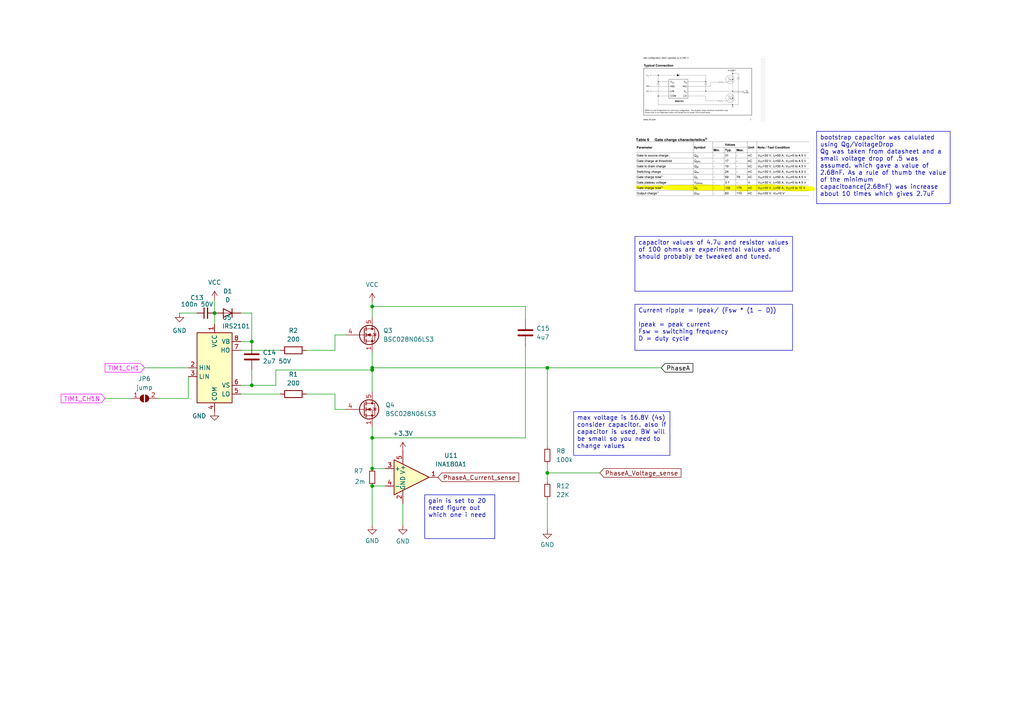
<source format=kicad_sch>
(kicad_sch (version 20231120) (generator "eeschema") (generator_version "8.0")
  (paper "A4")
  (lib_symbols
    (symbol "Amplifier_Current:INA180A1" (pin_names (offset 0.127))
      (property "Reference" "U" (at 3.81 3.81 0))
      (property "Value" "INA180A1" (at 3.81 -2.54 0))
      (symbol "INA180A1_0_1"
        (polyline (pts (xy 5.08 0) (xy -5.08 5.08) (xy -5.08 -5.08) (xy 5.08 0)) (stroke (width 0.254)) (fill (type background)))
      )
      (symbol "INA180A1_1_1"
        (pin output line (at 7.62 0 180) (length 2.54) (name "~") (number "1"))
        (pin power_in line (at -2.54 -7.62 90) (length 3.81) (name "GND") (number "2"))
        (pin input line (at -7.62 2.54 0) (length 2.54) (name "+") (number "3"))
        (pin input line (at -7.62 -2.54 0) (length 2.54) (name "-") (number "4"))
        (pin power_in line (at -2.54 7.62 270) (length 3.81) (name "V+") (number "5"))
      )
    )
    (symbol "Device:C" (pin_numbers hide) (pin_names (offset 0.254))
      (property "Reference" "C" (at 0.635 2.54 0))
      (property "Value" "C" (at 0.635 -2.54 0))
      (symbol "C_0_1"
        (polyline (pts (xy -2.032 -0.762) (xy 2.032 -0.762)) (stroke (width 0.508)))
        (polyline (pts (xy -2.032 0.762) (xy 2.032 0.762)) (stroke (width 0.508)))
      )
      (symbol "C_1_1"
        (pin passive line (at 0 3.81 270) (length 2.794) (name "~") (number "1"))
        (pin passive line (at 0 -3.81 90) (length 2.794) (name "~") (number "2"))
      )
    )
    (symbol "Device:C_Small" (pin_numbers hide) (pin_names (offset 0.254) hide)
      (property "Reference" "C" (at 0.254 1.778 0))
      (property "Value" "C_Small" (at 0.254 -2.032 0))
      (symbol "C_Small_0_1"
        (polyline (pts (xy -1.524 -0.508) (xy 1.524 -0.508)) (stroke (width 0.3302)))
        (polyline (pts (xy -1.524 0.508) (xy 1.524 0.508)) (stroke (width 0.3048)))
      )
      (symbol "C_Small_1_1"
        (pin passive line (at 0 2.54 270) (length 2.032) (name "~") (number "1"))
        (pin passive line (at 0 -2.54 90) (length 2.032) (name "~") (number "2"))
      )
    )
    (symbol "Device:D" (pin_numbers hide) (pin_names (offset 1.016) hide)
      (property "Reference" "D" (at 0 2.54 0))
      (property "Value" "D" (at 0 -2.54 0))
      (symbol "D_0_1"
        (polyline (pts (xy -1.27 1.27) (xy -1.27 -1.27)) (stroke (width 0.254)))
        (polyline (pts (xy 1.27 0) (xy -1.27 0)))
        (polyline (pts (xy 1.27 1.27) (xy 1.27 -1.27) (xy -1.27 0) (xy 1.27 1.27)) (stroke (width 0.254)))
      )
      (symbol "D_1_1"
        (pin passive line (at -3.81 0 0) (length 2.54) (name "K") (number "1"))
        (pin passive line (at 3.81 0 180) (length 2.54) (name "A") (number "2"))
      )
    )
    (symbol "Device:R" (pin_numbers hide) (pin_names (offset 0))
      (property "Reference" "R" (at 2.032 0 90))
      (property "Value" "R" (at 0 0 90))
      (symbol "R_0_1"
        (rectangle (start -1.016 -2.54) (end 1.016 2.54) (stroke (width 0.254)))
      )
      (symbol "R_1_1"
        (pin passive line (at 0 3.81 270) (length 1.27) (name "~") (number "1"))
        (pin passive line (at 0 -3.81 90) (length 1.27) (name "~") (number "2"))
      )
    )
    (symbol "Device:R_Small" (pin_numbers hide) (pin_names (offset 0.254) hide)
      (property "Reference" "R" (at 0.762 0.508 0))
      (property "Value" "R_Small" (at 0.762 -1.016 0))
      (symbol "R_Small_0_1"
        (rectangle (start -0.762 1.778) (end 0.762 -1.778) (stroke (width 0.2032)))
      )
      (symbol "R_Small_1_1"
        (pin passive line (at 0 2.54 270) (length 0.762) (name "~") (number "1"))
        (pin passive line (at 0 -2.54 90) (length 0.762) (name "~") (number "2"))
      )
    )
    (symbol "Driver_FET:IRS2101"
      (property "Reference" "U" (at 1.27 13.335 0))
      (property "Value" "IRS2101" (at 1.27 11.43 0))
      (symbol "IRS2101_0_1"
        (rectangle (start -5.08 -10.16) (end 5.08 10.16) (stroke (width 0.254)) (fill (type background)))
      )
      (symbol "IRS2101_1_1"
        (pin power_in line (at 0 12.7 270) (length 2.54) (name "VCC") (number "1"))
        (pin input line (at -7.62 0 0) (length 2.54) (name "HIN") (number "2"))
        (pin input line (at -7.62 -2.54 0) (length 2.54) (name "LIN") (number "3"))
        (pin power_in line (at 0 -12.7 90) (length 2.54) (name "COM") (number "4"))
        (pin output line (at 7.62 -7.62 180) (length 2.54) (name "LO") (number "5"))
        (pin passive line (at 7.62 -5.08 180) (length 2.54) (name "VS") (number "6"))
        (pin output line (at 7.62 5.08 180) (length 2.54) (name "HO") (number "7"))
        (pin passive line (at 7.62 7.62 180) (length 2.54) (name "VB") (number "8"))
      )
    )
    (symbol "GND_1" (power) (pin_numbers hide) (pin_names (offset 0) hide)
      (property "Value" "GND" (at 0 -3.81 0))
      (symbol "GND_1_0_1"
        (polyline (pts (xy 0 0) (xy 0 -1.27) (xy 1.27 -1.27) (xy 0 -2.54) (xy -1.27 -1.27) (xy 0 -1.27)))
      )
      (symbol "GND_1_1_1"
        (pin power_in line (at 0 0 270) (length 0) (name "~") (number "1"))
      )
    )
    (symbol "Jumper:SolderJumper_2_Open" (pin_names (offset 0) hide)
      (property "Reference" "JP" (at 0 2.032 0))
      (property "Value" "SolderJumper_2_Open" (at 0 -2.54 0))
      (symbol "SolderJumper_2_Open_0_1"
        (arc (start -0.254 1.016) (mid -1.2656 0) (end -0.254 -1.016))
        (arc (start -0.254 1.016) (mid -1.2656 0) (end -0.254 -1.016) (fill (type outline)))
        (polyline (pts (xy -0.254 1.016) (xy -0.254 -1.016)))
        (polyline (pts (xy 0.254 1.016) (xy 0.254 -1.016)))
        (arc (start 0.254 -1.016) (mid 1.2656 0) (end 0.254 1.016))
        (arc (start 0.254 -1.016) (mid 1.2656 0) (end 0.254 1.016) (fill (type outline)))
      )
      (symbol "SolderJumper_2_Open_1_1"
        (pin passive line (at -3.81 0 0) (length 2.54) (name "A") (number "1"))
        (pin passive line (at 3.81 0 180) (length 2.54) (name "B") (number "2"))
      )
    )
    (symbol "Transistor_FET:BSC028N06LS3" (pin_names hide)
      (property "Reference" "Q" (at 5.08 1.905 0))
      (property "Value" "BSC028N06LS3" (at 5.08 0 0))
      (symbol "BSC028N06LS3_0_1"
        (polyline (pts (xy 0.254 0) (xy -2.54 0)))
        (polyline (pts (xy 0.254 1.905) (xy 0.254 -1.905)) (stroke (width 0.254)))
        (polyline (pts (xy 0.762 -1.27) (xy 0.762 -2.286)) (stroke (width 0.254)))
        (polyline (pts (xy 0.762 0.508) (xy 0.762 -0.508)) (stroke (width 0.254)))
        (polyline (pts (xy 0.762 2.286) (xy 0.762 1.27)) (stroke (width 0.254)))
        (polyline (pts (xy 2.54 2.54) (xy 2.54 1.778)))
        (polyline (pts (xy 2.54 -2.54) (xy 2.54 0) (xy 0.762 0)))
        (polyline (pts (xy 0.762 -1.778) (xy 3.302 -1.778) (xy 3.302 1.778) (xy 0.762 1.778)))
        (polyline (pts (xy 1.016 0) (xy 2.032 0.381) (xy 2.032 -0.381) (xy 1.016 0)) (fill (type outline)))
        (polyline (pts (xy 2.794 0.508) (xy 2.921 0.381) (xy 3.683 0.381) (xy 3.81 0.254)))
        (polyline (pts (xy 3.302 0.381) (xy 2.921 -0.254) (xy 3.683 -0.254) (xy 3.302 0.381)))
        (circle (center 1.651 0) (radius 2.794) (stroke (width 0.254)))
        (circle (center 2.54 -1.778) (radius 0.254) (fill (type outline)))
        (circle (center 2.54 1.778) (radius 0.254) (fill (type outline)))
      )
      (symbol "BSC028N06LS3_1_1"
        (pin passive line (at 2.54 -5.08 90) (length 2.54) (name "S") (number "1"))
        (pin passive line (at 2.54 -5.08 90) (length 2.54) hide (name "S") (number "2"))
        (pin passive line (at 2.54 -5.08 90) (length 2.54) hide (name "S") (number "3"))
        (pin passive line (at -5.08 0 0) (length 2.54) (name "G") (number "4"))
        (pin passive line (at 2.54 5.08 270) (length 2.54) (name "D") (number "5"))
      )
    )
    (symbol "power:+3.3V" (power) (pin_numbers hide) (pin_names (offset 0) hide)
      (property "Value" "+3.3V" (at 0 3.556 0))
      (symbol "+3.3V_0_1"
        (polyline (pts (xy -0.762 1.27) (xy 0 2.54)))
        (polyline (pts (xy 0 0) (xy 0 2.54)))
        (polyline (pts (xy 0 2.54) (xy 0.762 1.27)))
      )
      (symbol "+3.3V_1_1"
        (pin power_in line (at 0 0 90) (length 0) (name "~") (number "1"))
      )
    )
    (symbol "power:GND" (power) (pin_names (offset 0))
      (property "Value" "GND" (at 0 -3.81 0))
      (symbol "GND_0_1"
        (polyline (pts (xy 0 0) (xy 0 -1.27) (xy 1.27 -1.27) (xy 0 -2.54) (xy -1.27 -1.27) (xy 0 -1.27)))
      )
      (symbol "GND_1_1"
        (pin power_in line (at 0 0 270) (length 0) hide (name "GND") (number "1"))
      )
    )
    (symbol "power:VCC" (power) (pin_names (offset 0))
      (property "Value" "VCC" (at 0 3.81 0))
      (symbol "VCC_0_1"
        (polyline (pts (xy -0.762 1.27) (xy 0 2.54)))
        (polyline (pts (xy 0 0) (xy 0 2.54)))
        (polyline (pts (xy 0 2.54) (xy 0.762 1.27)))
      )
      (symbol "VCC_1_1"
        (pin power_in line (at 0 0 90) (length 0) hide (name "VCC") (number "1"))
      )
    )
  )
  (junction (at 158.75 106.68))
  (junction (at 73.025 111.76))
  (junction (at 107.95 127))
  (junction (at 107.95 140.97))
  (junction (at 73.025 99.06))
  (junction (at 62.23 90.805))
  (junction (at 107.95 88.9))
  (junction (at 107.95 107.315))
  (junction (at 158.75 137.16))
  (junction (at 107.95 135.89))
  (junction (at 107.95 106.68))
  (wire (pts (xy 107.95 140.97) (xy 107.95 152.4)))
  (wire (pts (xy 97.155 114.3) (xy 97.155 118.745)))
  (wire (pts (xy 80.01 111.76) (xy 80.01 107.315)))
  (wire (pts (xy 107.95 107.315) (xy 107.95 113.665)))
  (wire (pts (xy 116.84 152.4) (xy 116.84 146.05)))
  (wire (pts (xy 41.91 106.68) (xy 54.61 106.68)))
  (wire (pts (xy 107.95 135.89) (xy 111.76 135.89)))
  (wire (pts (xy 107.95 127) (xy 107.95 135.89)))
  (wire (pts (xy 73.025 99.695) (xy 73.025 99.06)))
  (wire (pts (xy 152.4 100.33) (xy 152.4 127)))
  (wire (pts (xy 158.75 106.68) (xy 158.75 129.54)))
  (wire (pts (xy 62.23 86.995) (xy 62.23 90.805)))
  (wire (pts (xy 158.75 106.68) (xy 191.77 106.68)))
  (wire (pts (xy 30.48 115.57) (xy 38.1 115.57)))
  (wire (pts (xy 62.23 90.805) (xy 62.23 93.98)))
  (wire (pts (xy 107.95 88.9) (xy 152.4 88.9)))
  (wire (pts (xy 73.025 111.76) (xy 80.01 111.76)))
  (wire (pts (xy 107.95 127) (xy 152.4 127)))
  (wire (pts (xy 45.72 115.57) (xy 54.61 115.57)))
  (wire (pts (xy 69.85 101.6) (xy 81.28 101.6)))
  (wire (pts (xy 97.155 97.155) (xy 100.33 97.155)))
  (wire (pts (xy 97.155 118.745) (xy 100.33 118.745)))
  (wire (pts (xy 107.95 102.235) (xy 107.95 106.68)))
  (wire (pts (xy 88.9 101.6) (xy 97.155 101.6)))
  (wire (pts (xy 158.75 144.78) (xy 158.75 153.67)))
  (wire (pts (xy 158.75 134.62) (xy 158.75 137.16)))
  (wire (pts (xy 107.95 87.63) (xy 107.95 88.9)))
  (wire (pts (xy 107.95 127) (xy 107.95 123.825)))
  (wire (pts (xy 80.01 107.315) (xy 107.95 107.315)))
  (wire (pts (xy 69.85 114.3) (xy 81.28 114.3)))
  (wire (pts (xy 73.025 90.805) (xy 69.85 90.805)))
  (wire (pts (xy 52.07 90.805) (xy 57.15 90.805)))
  (wire (pts (xy 69.85 111.76) (xy 73.025 111.76)))
  (wire (pts (xy 107.95 88.9) (xy 107.95 92.075)))
  (wire (pts (xy 88.9 114.3) (xy 97.155 114.3)))
  (wire (pts (xy 107.95 140.97) (xy 111.76 140.97)))
  (wire (pts (xy 107.95 106.68) (xy 158.75 106.68)))
  (wire (pts (xy 54.61 115.57) (xy 54.61 109.22)))
  (wire (pts (xy 69.85 99.06) (xy 73.025 99.06)))
  (wire (pts (xy 152.4 88.9) (xy 152.4 92.71)))
  (wire (pts (xy 97.155 101.6) (xy 97.155 97.155)))
  (wire (pts (xy 158.75 137.16) (xy 158.75 139.7)))
  (wire (pts (xy 107.95 106.68) (xy 107.95 107.315)))
  (wire (pts (xy 158.75 137.16) (xy 173.99 137.16)))
  (wire (pts (xy 73.025 99.06) (xy 73.025 90.805)))
  (wire (pts (xy 73.025 107.315) (xy 73.025 111.76)))
  (image (at 203.2 26.035) (scale 0.13517))
  (image (at 209.55 48.895) (scale 0.173279))
  (text_box "max voltage is 16.8V (4s) consider capacitor. also if capacitor is used, BW will be small so you need to change values " (at 166.37 119.38 0) (size 27.94 12.7) (effects (font (size 1.27 1.27)) (justify left top)))
  (text_box "gain is set to 20 need figure out which one i need \n" (at 123.19 143.51 0) (size 20.32 12.7) (effects (font (size 1.27 1.27)) (justify left top)))
  (text_box "Current ripple = Ipeak/ (Fsw * (1 - D))\n\nIpeak = peak current\nFsw = switching frequency\nD = duty cycle" (at 184.15 88.265 0) (size 45.72 13.335) (effects (font (size 1.27 1.27)) (justify left top)))
  (text_box "bootstrap capacitor was calulated using Qg/VoltageDrop\nQg was taken from datasheet and a small voltage drop of .5 was assumed. which gave a value of 2.68nF. As a rule of thumb the value of the minimum capacitoance(2.68nF) was increase about 10 times which gives 2.7uF\n " (at 236.855 38.1 0) (size 38.735 20.955) (effects (font (size 1.27 1.27)) (justify left top)))
  (text_box "capacitor values of 4.7u and resistor values of 100 ohms are experimental values and should probably be tweaked and tuned.\n" (at 184.15 68.58 0) (size 45.72 15.875) (effects (font (size 1.27 1.27)) (justify left top)))
  (global_label "TIM1_CH1N" (shape input) (at 30.48 115.57 180) (property "Intersheetrefs" "${INTERSHEET_REFS}" (effects (hide yes))))
  (global_label "PhaseA" (shape input) (at 191.77 106.68 0) (property "Intersheetrefs" "${INTERSHEET_REFS}" (effects (hide yes))))
  (global_label "PhaseA_Current_sense" (shape input) (at 127 138.43 0) (property "Intersheetrefs" "${INTERSHEET_REFS}" (effects (hide yes))))
  (global_label "PhaseA_Voltage_sense" (shape input) (at 173.99 137.16 0) (property "Intersheetrefs" "${INTERSHEET_REFS}" (effects (hide yes))))
  (global_label "TIM1_CH1" (shape input) (at 41.91 106.68 180) (property "Intersheetrefs" "${INTERSHEET_REFS}" (effects (hide yes))))
  (symbol (lib_id "Jumper:SolderJumper_2_Open") (at 41.91 115.57 0) (unit 1)
    (property "Reference" "JP6" (at 41.91 109.855 0))
    (property "Value" "jump" (at 41.91 112.395 0))
    (property "Footprint" "Capacitor_SMD:C_0603_1608Metric_Pad1.08x0.95mm_HandSolder" (effects (hide yes)))
  )
  (symbol (lib_id "Transistor_FET:BSC028N06LS3") (at 105.41 97.155 0) (unit 1)
    (property "Reference" "Q3" (at 111.125 95.885 0) (effects (justify left)))
    (property "Value" "BSC028N06LS3" (at 111.125 98.425 0) (effects (justify left)))
    (property "Footprint" "Package_TO_SOT_SMD:TDSON-8-1" (effects (hide yes)))
    (property "Datasheet" "http://www.infineon.com/dgdl/Infineon-BSC028N06LS3-DS-v02_02-en.pdf?fileId=db3a30431ddc9372011ebafa4c607f8c" (effects (hide yes)))
  )
  (symbol (lib_id "power:+3.3V") (at 116.84 130.81 0) (unit 1)
    (property "Reference" "#PWR035" (effects (hide yes)))
    (property "Value" "+3.3V" (at 116.84 125.73 0))
    (property "Description" "Power symbol creates a global label with name \"+3.3V\"" (effects (hide yes)))
  )
  (symbol (lib_id "power:VCC") (at 107.95 87.63 0) (unit 1)
    (property "Reference" "#PWR020" (effects (hide yes)))
    (property "Value" "VCC" (at 107.95 82.55 0))
  )
  (symbol (lib_id "power:GND") (at 107.95 152.4 0) (unit 1)
    (property "Reference" "#PWR023" (effects (hide yes)))
    (property "Value" "GND" (at 107.95 156.845 0))
  )
  (symbol (lib_id "Device:D") (at 66.04 90.805 180) (unit 1)
    (property "Reference" "D1" (at 66.04 84.455 0))
    (property "Value" "D" (at 66.04 86.995 0))
    (property "Footprint" "Diode_SMD:D_0603_1608Metric_Pad1.05x0.95mm_HandSolder" (effects (hide yes)))
    (property "Sim.Device" "D" (effects (hide yes)))
    (property "Sim.Pins" "1=K 2=A" (effects (hide yes)))
  )
  (symbol (lib_id "power:GND") (at 52.07 90.805 0) (unit 1)
    (property "Reference" "#PWR019" (effects (hide yes)))
    (property "Value" "GND" (at 52.07 95.885 0))
  )
  (symbol (lib_id "Device:C") (at 73.025 103.505 0) (unit 1)
    (property "Reference" "C14" (at 76.2 102.235 0) (effects (justify left)))
    (property "Value" "2u7 50V" (at 76.2 104.775 0) (effects (justify left)))
    (property "Footprint" "Capacitor_SMD:C_0603_1608Metric_Pad1.08x0.95mm_HandSolder" (effects (hide yes)))
  )
  (symbol (lib_id "Driver_FET:IRS2101") (at 62.23 106.68 0) (unit 1)
    (property "Reference" "U5" (at 64.4241 92.075 0) (effects (justify left)))
    (property "Value" "IRS2101" (at 64.4241 94.615 0) (effects (justify left)))
    (property "Footprint" "Package_SO:SOIC-8-1EP_3.9x4.9mm_P1.27mm_EP2.41x3.81mm" (effects (hide yes)))
    (property "Datasheet" "https://www.infineon.com/dgdl/ir2101.pdf?fileId=5546d462533600a4015355c7a755166c" (effects (hide yes)))
  )
  (symbol (lib_name "GND_1") (lib_id "power:GND") (at 116.84 152.4 0) (unit 1)
    (property "Reference" "#PWR034" (effects (hide yes)))
    (property "Value" "GND" (at 116.84 156.972 0))
    (property "Description" "Power symbol creates a global label with name \"GND\" , ground" (effects (hide yes)))
  )
  (symbol (lib_id "Device:C") (at 152.4 96.52 0) (unit 1)
    (property "Reference" "C15" (at 155.575 95.25 0) (effects (justify left)))
    (property "Value" "4u7" (at 155.575 97.79 0) (effects (justify left)))
    (property "Footprint" "Capacitor_SMD:C_0603_1608Metric_Pad1.08x0.95mm_HandSolder" (effects (hide yes)))
  )
  (symbol (lib_id "power:GND") (at 62.23 119.38 0) (unit 1)
    (property "Reference" "#PWR022" (effects (hide yes)))
    (property "Value" "GND" (at 57.785 120.65 0))
  )
  (symbol (lib_id "Device:R_Small") (at 107.95 138.43 0) (unit 1)
    (property "Reference" "R7" (at 102.616 136.652 0) (effects (justify left)))
    (property "Value" "2m" (at 102.87 139.7 0) (effects (justify left)))
    (property "Description" "Resistor, small symbol" (effects (hide yes)))
  )
  (symbol (lib_id "Device:R_Small") (at 158.75 132.08 0) (unit 1)
    (property "Reference" "R8" (at 161.29 130.8099 0) (effects (justify left)))
    (property "Value" "100k" (at 161.29 133.3499 0) (effects (justify left)))
    (property "Description" "Resistor, small symbol" (effects (hide yes)))
  )
  (symbol (lib_id "Device:C_Small") (at 59.69 90.805 90) (unit 1)
    (property "Reference" "C13" (at 57.15 86.36 90))
    (property "Value" "100n 50V" (at 57.15 88.265 90))
    (property "Footprint" "Capacitor_SMD:C_0603_1608Metric_Pad1.08x0.95mm_HandSolder" (effects (hide yes)))
  )
  (symbol (lib_id "power:VCC") (at 62.23 86.995 0) (unit 1)
    (property "Reference" "#PWR021" (effects (hide yes)))
    (property "Value" "VCC" (at 62.23 81.915 0))
  )
  (symbol (lib_id "Transistor_FET:BSC028N06LS3") (at 105.41 118.745 0) (unit 1)
    (property "Reference" "Q4" (at 111.76 117.475 0) (effects (justify left)))
    (property "Value" "BSC028N06LS3" (at 111.76 120.015 0) (effects (justify left)))
    (property "Footprint" "Package_TO_SOT_SMD:TDSON-8-1" (effects (hide yes)))
    (property "Datasheet" "http://www.infineon.com/dgdl/Infineon-BSC028N06LS3-DS-v02_02-en.pdf?fileId=db3a30431ddc9372011ebafa4c607f8c" (effects (hide yes)))
  )
  (symbol (lib_id "Device:R_Small") (at 158.75 142.24 0) (unit 1)
    (property "Reference" "R12" (at 161.29 140.9699 0) (effects (justify left)))
    (property "Value" "22K" (at 161.29 143.5099 0) (effects (justify left)))
    (property "Description" "Resistor, small symbol" (effects (hide yes)))
  )
  (symbol (lib_id "Device:R") (at 85.09 114.3 90) (unit 1)
    (property "Reference" "R1" (at 85.09 108.585 90))
    (property "Value" "200" (at 85.09 111.125 90))
    (property "Footprint" "Resistor_SMD:R_2512_6332Metric_Pad1.40x3.35mm_HandSolder" (effects (hide yes)))
  )
  (symbol (lib_id "power:GND") (at 158.75 153.67 0) (unit 1)
    (property "Reference" "#PWR036" (effects (hide yes)))
    (property "Value" "GND" (at 158.75 157.988 0))
  )
  (symbol (lib_id "Device:R") (at 85.09 101.6 90) (unit 1)
    (property "Reference" "R2" (at 85.09 95.885 90))
    (property "Value" "200" (at 85.09 98.425 90))
    (property "Footprint" "Resistor_SMD:R_2512_6332Metric_Pad1.40x3.35mm_HandSolder" (effects (hide yes)))
  )
  (symbol (lib_id "Amplifier_Current:INA180A1") (at 119.38 138.43 0) (unit 1)
    (property "Reference" "U11" (at 130.81 132.1114 0))
    (property "Value" "INA180A1" (at 130.81 134.6514 0))
    (property "Footprint" "Package_TO_SOT_SMD:SOT-23-5" (effects (hide yes)))
    (property "Datasheet" "http://www.ti.com/lit/ds/symlink/ina180.pdf" (effects (hide yes)))
    (property "Description" "Current Sense Amplifier, 1 Circuit, Rail-to-Rail, 26V, Gain 20 V/V, SOT-23-5" (effects (hide yes)))
  )
)
</source>
